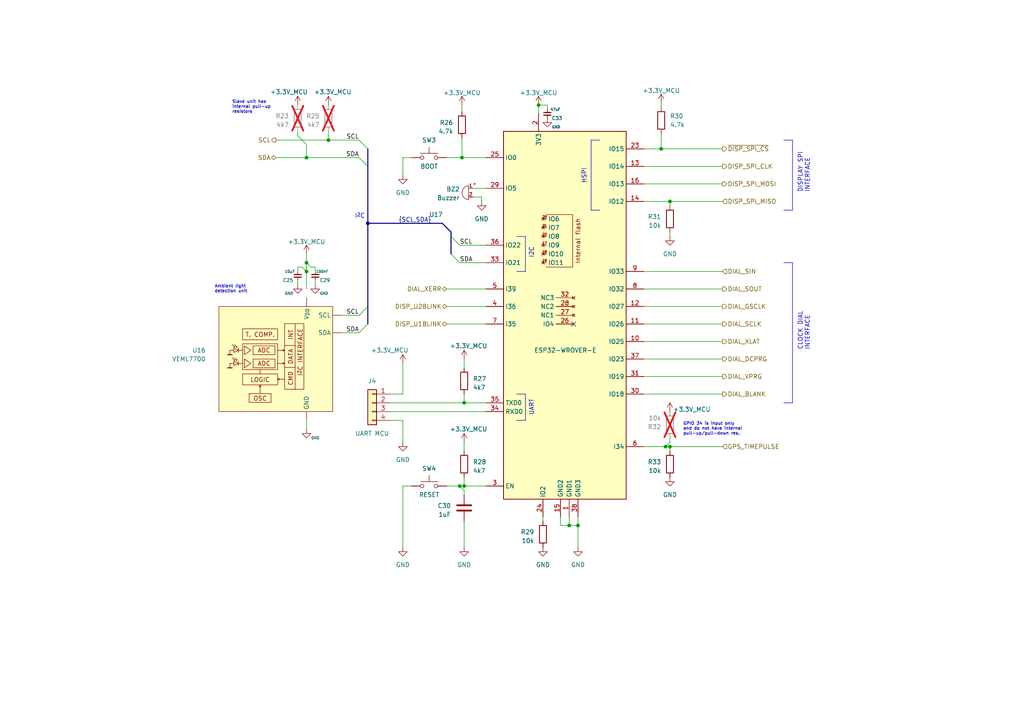
<source format=kicad_sch>
(kicad_sch (version 20231120) (generator "eeschema") (generator_version "8.0")
  (paper "A4")
  (title_block (title "Broadcast Clock") (date "2024-05-06") (rev "v1.0") (company "https://espenandersen.no"))
  (lib_symbols
    (symbol "Connector_Generic:Conn_01x04" (pin_names (offset 1.016) hide)
      (property "Reference" "J" (at 0 5.08 0))
      (property "Value" "Conn_01x04" (at 0 -7.62 0))
      (symbol "Conn_01x04_1_1"
        (rectangle (start -1.27 -4.953) (end 0 -5.207) (stroke (width 0.1524)))
        (rectangle (start -1.27 -2.413) (end 0 -2.667) (stroke (width 0.1524)))
        (rectangle (start -1.27 0.127) (end 0 -0.127) (stroke (width 0.1524)))
        (rectangle (start -1.27 2.667) (end 0 2.413) (stroke (width 0.1524)))
        (rectangle (start -1.27 3.81) (end 1.27 -6.35) (stroke (width 0.254)) (fill (type background)))
        (pin passive line (at -5.08 2.54 0) (length 3.81) (name "Pin_1") (number "1"))
        (pin passive line (at -5.08 0 0) (length 3.81) (name "Pin_2") (number "2"))
        (pin passive line (at -5.08 -2.54 0) (length 3.81) (name "Pin_3") (number "3"))
        (pin passive line (at -5.08 -5.08 0) (length 3.81) (name "Pin_4") (number "4"))
      )
    )
    (symbol "Device:C" (pin_numbers hide) (pin_names (offset 0.254))
      (property "Reference" "C" (at 0.635 2.54 0))
      (property "Value" "C" (at 0.635 -2.54 0))
      (symbol "C_0_1"
        (polyline (pts (xy -2.032 -0.762) (xy 2.032 -0.762)) (stroke (width 0.508)))
        (polyline (pts (xy -2.032 0.762) (xy 2.032 0.762)) (stroke (width 0.508)))
      )
      (symbol "C_1_1"
        (pin passive line (at 0 3.81 270) (length 2.794) (name "~") (number "1"))
        (pin passive line (at 0 -3.81 90) (length 2.794) (name "~") (number "2"))
      )
    )
    (symbol "Device:R" (pin_numbers hide) (pin_names (offset 0))
      (property "Reference" "R" (at 2.032 0 90))
      (property "Value" "R" (at 0 0 90))
      (symbol "R_0_1"
        (rectangle (start -1.016 -2.54) (end 1.016 2.54) (stroke (width 0.254)))
      )
      (symbol "R_1_1"
        (pin passive line (at 0 3.81 270) (length 1.27) (name "~") (number "1"))
        (pin passive line (at 0 -3.81 90) (length 1.27) (name "~") (number "2"))
      )
    )
    (symbol "Device_espena:Buzzer" (pin_names (offset 0.0254) hide)
      (property "Reference" "BZ" (at 2.286 1.27 0))
      (property "Value" "Buzzer" (at 2.286 -1.27 0))
      (symbol "Buzzer_0_1"
        (arc (start 0 -2.032) (mid 1.8758 0) (end 0 2.032))
        (polyline (pts (xy -2.032 2.54) (xy -1.524 2.54)))
        (polyline (pts (xy -1.778 2.794) (xy -1.778 2.286)))
        (polyline (pts (xy 0 2.032) (xy 0 -2.032)))
      )
      (symbol "Buzzer_1_1"
        (pin passive line (at -1.27 1.27 0) (length 1.27) (name "-") (number "1"))
        (pin passive line (at -1.27 -1.27 0) (length 1.27) (name "+") (number "2"))
      )
    )
    (symbol "Device_espena:C_Decoupling" (pin_numbers hide) (pin_names (offset 0.254) hide)
      (property "Reference" "C" (at 0.4572 1.3716 0))
      (symbol "C_Decoupling_0_1"
        (polyline (pts (xy -1.016 -0.381) (xy 1.016 -0.381)) (stroke (width 0.3302)))
        (polyline (pts (xy -1.016 0.381) (xy 1.016 0.381)) (stroke (width 0.3302)))
      )
      (symbol "C_Decoupling_1_1"
        (pin passive line (at 0 1.27 270) (length 0.7938) (name "~") (number "1"))
        (pin passive line (at 0 -1.27 90) (length 0.7938) (name "~") (number "2"))
      )
    )
    (symbol "RF_Module_espena:ESP32-WROVER-E"
      (property "Reference" "U" (at -16.51 53.34 0))
      (property "Value" "ESP32-WROVER-E" (at -8.89 -11.43 0))
      (symbol "ESP32-WROVER-E_0_1"
        (rectangle (start -17.78 52.07) (end 17.78 -54.61) (stroke (width 0.254)) (fill (type background)))
        (polyline (pts (xy -5.35 27.94) (xy 2.27 27.94) (xy 2.27 12.7) (xy -5.35 12.7)))
        (text "Internal flash" (at 3.81 20.32 900) (effects (font (size 1.27 1.27))))
      )
      (symbol "ESP32-WROVER-E_1_1"
        (pin power_in line (at 1.27 -59.69 90) (length 5.08) (name "GND1") (number "1"))
        (pin bidirectional line (at 22.86 -8.89 180) (length 5.08) (name "IO25") (number "10"))
        (pin bidirectional line (at 22.86 -3.81 180) (length 5.08) (name "IO26") (number "11"))
        (pin bidirectional line (at 22.86 1.27 180) (length 5.08) (name "IO27") (number "12"))
        (pin bidirectional line (at 22.86 41.91 180) (length 5.08) (name "IO14") (number "13"))
        (pin bidirectional line (at 22.86 31.75 180) (length 5.08) (name "IO12") (number "14"))
        (pin power_in line (at -1.27 -59.69 90) (length 5.08) (name "GND2") (number "15"))
        (pin bidirectional line (at 22.86 36.83 180) (length 5.08) (name "IO13") (number "16"))
        (pin no_connect line (at -6.35 19.05 0) (length 1) (name "IO9") (number "17"))
        (pin no_connect line (at -6.35 16.51 0) (length 1) (name "IO10") (number "18"))
        (pin no_connect line (at -6.35 13.97 0) (length 1) (name "IO11") (number "19"))
        (pin power_in line (at -7.62 57.15 270) (length 5.08) (name "3V3") (number "2"))
        (pin no_connect line (at -6.35 26.67 0) (length 1) (name "IO6") (number "20"))
        (pin no_connect line (at -6.35 24.13 0) (length 1) (name "IO7") (number "21"))
        (pin no_connect line (at -6.35 21.59 0) (length 1) (name "IO8") (number "22"))
        (pin bidirectional line (at 22.86 46.99 180) (length 5.08) (name "IO15") (number "23"))
        (pin bidirectional line (at -6.35 -59.69 90) (length 5.08) (name "IO2") (number "24"))
        (pin bidirectional line (at -22.86 44.45 0) (length 5.08) (name "IO0") (number "25"))
        (pin bidirectional line (at 2.54 -3.81 180) (length 5.08) (name "IO4") (number "26"))
        (pin no_connect line (at 2.54 -1.27 180) (length 5.08) (name "NC1") (number "27"))
        (pin no_connect line (at 2.54 1.27 180) (length 5.08) (name "NC2") (number "28"))
        (pin bidirectional line (at -22.86 35.56 0) (length 5.08) (name "IO5") (number "29"))
        (pin input line (at -22.86 -50.8 0) (length 5.08) (name "EN") (number "3"))
        (pin bidirectional line (at 22.86 -24.13 180) (length 5.08) (name "IO18") (number "30"))
        (pin bidirectional line (at 22.86 -19.05 180) (length 5.08) (name "IO19") (number "31"))
        (pin no_connect line (at 2.54 3.81 180) (length 5.08) (name "NC3") (number "32"))
        (pin bidirectional line (at -22.86 13.97 0) (length 5.08) (name "IO21") (number "33"))
        (pin bidirectional line (at -22.86 -29.21 0) (length 5.08) (name "RXD0") (number "34"))
        (pin bidirectional line (at -22.86 -26.67 0) (length 5.08) (name "TXD0") (number "35"))
        (pin bidirectional line (at -22.86 19.05 0) (length 5.08) (name "IO22") (number "36"))
        (pin bidirectional line (at 22.86 -13.97 180) (length 5.08) (name "IO23") (number "37"))
        (pin power_in line (at 3.81 -59.69 90) (length 5.08) (name "GND3") (number "38"))
        (pin input line (at -22.86 1.27 0) (length 5.08) (name "I36") (number "4"))
        (pin input line (at -22.86 6.35 0) (length 5.08) (name "I39") (number "5"))
        (pin input line (at 22.86 -39.37 180) (length 5.08) (name "I34") (number "6"))
        (pin input line (at -22.86 -3.81 0) (length 5.08) (name "I35") (number "7"))
        (pin bidirectional line (at 22.86 6.35 180) (length 5.08) (name "IO32") (number "8"))
        (pin bidirectional line (at 22.86 11.43 180) (length 5.08) (name "IO33") (number "9"))
      )
    )
    (symbol "Sensor_Optical_espena:VEML7700"
      (property "Reference" "U" (at -7.62 8.89 0))
      (property "Value" "VEML7700" (at -13.335 3.175 0))
      (symbol "VEML7700_0_1"
        (rectangle (start -25.4 5.08) (end 7.62 -25.4) (fill (type background)))
        (rectangle (start -18.542 -14.478) (end -8.382 -17.653))
        (rectangle (start -18.542 -5.7404) (end -8.382 -13.208))
        (rectangle (start -18.542 -1.397) (end -8.382 -4.572))
        (rectangle (start -16.637 -20.193) (end -10.287 -22.733))
        (rectangle (start -15.494 -10.16) (end -9.144 -12.7))
        (rectangle (start -15.494 -6.35) (end -9.144 -8.89))
        (rectangle (start -6.35 0.127) (end -0.762 -18.923))
        (polyline (pts (xy -22.86 -12.7) (xy -21.59 -12.7)) (stroke (width 0.3)))
        (polyline (pts (xy -22.86 -8.89) (xy -21.59 -8.89)) (stroke (width 0.3)))
        (polyline (pts (xy -22.225 -11.43) (xy -22.225 -12.7)))
        (polyline (pts (xy -22.225 -7.62) (xy -22.225 -8.89)))
        (polyline (pts (xy -21.0566 -11.43) (xy -22.225 -11.43)))
        (polyline (pts (xy -21.0566 -7.62) (xy -22.225 -7.62)))
        (polyline (pts (xy -20.828 -10.541) (xy -21.0566 -10.541)))
        (polyline (pts (xy -20.828 -6.731) (xy -21.0566 -6.731)))
        (polyline (pts (xy -20.1676 -10.541) (xy -20.3962 -10.541)))
        (polyline (pts (xy -20.1676 -6.731) (xy -20.3962 -6.731)))
        (polyline (pts (xy -19.7866 -11.43) (xy -18.542 -11.43)))
        (polyline (pts (xy -19.7866 -10.795) (xy -19.7866 -12.065)))
        (polyline (pts (xy -19.7866 -7.62) (xy -18.542 -7.62)))
        (polyline (pts (xy -19.7866 -6.985) (xy -19.7866 -8.255)))
        (polyline (pts (xy -13.462 -17.653) (xy -13.208 -18.288)))
        (polyline (pts (xy -13.462 -14.478) (xy -13.462 -13.208)))
        (polyline (pts (xy -8.382 -16.002) (xy -7.874 -16.256)))
        (polyline (pts (xy -6.35 -12.573) (xy -3.302 -12.573)))
        (polyline (pts (xy -6.35 -11.43) (xy -6.858 -11.684)))
        (polyline (pts (xy -6.35 -7.62) (xy -6.858 -7.874)))
        (polyline (pts (xy -6.35 -6.223) (xy -3.302 -6.223)))
        (polyline (pts (xy -3.302 -18.923) (xy -3.302 0.127)))
        (polyline (pts (xy -21.5392 -9.779) (xy -20.828 -10.541) (xy -20.828 -10.287)))
        (polyline (pts (xy -21.5392 -5.969) (xy -20.828 -6.731) (xy -20.828 -6.477)))
        (polyline (pts (xy -20.8788 -9.779) (xy -20.1676 -10.541) (xy -20.1676 -10.287)))
        (polyline (pts (xy -20.8788 -5.969) (xy -20.1676 -6.731) (xy -20.1676 -6.477)))
        (polyline (pts (xy -13.462 -20.193) (xy -13.462 -17.653) (xy -13.716 -18.288)))
        (polyline (pts (xy -8.382 -11.43) (xy -6.35 -11.43) (xy -6.858 -11.176)))
        (polyline (pts (xy -8.382 -7.62) (xy -6.35 -7.62) (xy -6.858 -7.366)))
        (polyline (pts (xy -6.35 -16.002) (xy -8.382 -16.002) (xy -7.874 -15.748)))
        (polyline (pts (xy -21.0566 -10.795) (xy -21.0566 -12.065) (xy -19.7866 -11.43) (xy -21.0566 -10.795)))
        (polyline (pts (xy -21.0566 -6.985) (xy -21.0566 -8.255) (xy -19.7866 -7.62) (xy -21.0566 -6.985)))
        (polyline (pts (xy -18.034 -10.16) (xy -18.034 -12.7) (xy -16.129 -11.43) (xy -18.034 -10.16)))
        (polyline (pts (xy -18.034 -6.35) (xy -18.034 -8.89) (xy -16.129 -7.62) (xy -18.034 -6.35)))
        (text "ADC" (at -12.319 -11.43 0) (effects (font (size 1.27 1.27))))
        (text "ADC" (at -12.319 -7.62 0) (effects (font (size 1.27 1.27))))
        (text "CMD" (at -4.572 -15.748 900) (effects (font (size 1.27 1.27))))
        (text "DATA" (at -4.572 -9.398 900) (effects (font (size 1.27 1.27))))
        (text "I^{2}C INTERFACE" (at -1.778 -8.128 900) (effects (font (size 1.27 1.27))))
        (text "INT" (at -4.572 -3.048 900) (effects (font (size 1.27 1.27))))
        (text "LOGIC" (at -13.462 -16.129 0) (effects (font (size 1.27 1.27))))
        (text "OSC" (at -13.462 -21.5646 0) (effects (font (size 1.27 1.27))))
        (text "T. COMP." (at -13.462 -3.048 0) (effects (font (size 1.27 1.27))))
      )
      (symbol "VEML7700_1_1"
        (pin power_in line (at 0 -27.94 90) (length 2.54) (name "GND") (number ""))
        (pin input line (at 10.16 2.54 180) (length 2.54) (name "SCL") (number ""))
        (pin input line (at 10.16 -2.54 180) (length 2.54) (name "SDA") (number ""))
        (pin power_in line (at 0 7.62 270) (length 2.54) (name "V_{DD}") (number ""))
      )
    )
    (symbol "Switch:SW_Push" (pin_numbers hide) (pin_names (offset 1.016) hide)
      (property "Reference" "SW" (at 1.27 2.54 0))
      (property "Value" "SW_Push" (at 0 -1.524 0))
      (symbol "SW_Push_0_1"
        (circle (center -2.032 0) (radius 0.508))
        (polyline (pts (xy 0 1.27) (xy 0 3.048)))
        (polyline (pts (xy 2.54 1.27) (xy -2.54 1.27)))
        (circle (center 2.032 0) (radius 0.508))
        (pin passive line (at -5.08 0 0) (length 2.54) (name "1") (number "1"))
        (pin passive line (at 5.08 0 180) (length 2.54) (name "2") (number "2"))
      )
    )
    (symbol "power:GND" (power) (pin_numbers hide) (pin_names (offset 0) hide)
      (property "Value" "GND" (at 0 -3.81 0))
      (symbol "GND_0_1"
        (polyline (pts (xy 0 0) (xy 0 -1.27) (xy 1.27 -1.27) (xy 0 -2.54) (xy -1.27 -1.27) (xy 0 -1.27)))
      )
      (symbol "GND_1_1"
        (pin power_in line (at 0 0 270) (length 0) (name "~") (number "1"))
      )
    )
    (symbol "power_espena:+3.3V_MCU" (power) (pin_names (offset 0))
      (property "Value" "+3.3V_MCU" (at 0 3.556 0))
      (symbol "+3.3V_MCU_0_1"
        (polyline (pts (xy -0.762 1.27) (xy 0 2.54)))
        (polyline (pts (xy 0 0) (xy 0 2.54)))
        (polyline (pts (xy 0 2.54) (xy 0.762 1.27)))
      )
      (symbol "+3.3V_MCU_1_1"
        (pin power_out line (at 0 0 90) (length 0) hide (name "+3.3V_MCU") (number "1"))
      )
    )
  )
  (junction (at 106.68 64.77))
  (junction (at 194.31 129.54))
  (junction (at 156.21 30.48))
  (junction (at 88.9 76.2))
  (junction (at 134.62 140.97))
  (junction (at 133.35 140.97))
  (junction (at 193.04 129.54))
  (junction (at 95.25 40.64))
  (junction (at 167.64 152.4))
  (junction (at 88.9 45.72))
  (junction (at 191.77 43.18))
  (junction (at 165.1 152.4))
  (junction (at 194.31 58.42))
  (junction (at 133.985 45.72))
  (junction (at 88.9 78.74))
  (junction (at 134.62 116.84))
  (no_connect (at 166.37 93.98))
  (bus_entry (at 104.14 45.72) (size 2.54 2.54))
  (bus_entry (at 130.81 73.66) (size 2.54 2.54))
  (bus_entry (at 106.68 88.9) (size -2.54 2.54))
  (bus_entry (at 130.81 68.58) (size 2.54 2.54))
  (bus_entry (at 106.68 93.98) (size -2.54 2.54))
  (bus_entry (at 104.14 40.64) (size 2.54 2.54))
  (wire (pts (xy 139.7 57.15) (xy 137.16 57.15)))
  (wire (pts (xy 194.31 67.31) (xy 194.31 68.58)))
  (wire (pts (xy 133.985 30.48) (xy 133.985 32.385)))
  (wire (pts (xy 186.69 93.98) (xy 209.55 93.98)))
  (wire (pts (xy 87.63 77.47) (xy 88.9 78.74)))
  (wire (pts (xy 139.7 57.15) (xy 139.7 58.42)))
  (wire (pts (xy 134.62 114.3) (xy 134.62 116.84)))
  (polyline (pts (xy 227.33 40.64) (xy 229.87 40.64)))
  (wire (pts (xy 186.69 48.26) (xy 209.55 48.26)))
  (polyline (pts (xy 149.86 78.74) (xy 152.4 78.74)))
  (bus (pts (xy 106.68 43.18) (xy 106.68 48.26)))
  (bus (pts (xy 106.68 48.26) (xy 106.68 64.77)))
  (wire (pts (xy 186.69 109.22) (xy 209.55 109.22)))
  (wire (pts (xy 116.84 140.97) (xy 116.84 158.75)))
  (wire (pts (xy 129.54 45.72) (xy 133.985 45.72)))
  (wire (pts (xy 129.54 93.98) (xy 140.97 93.98)))
  (bus (pts (xy 106.68 88.9) (xy 106.68 93.98)))
  (wire (pts (xy 134.62 138.43) (xy 134.62 140.97)))
  (wire (pts (xy 88.9 45.72) (xy 104.14 45.72)))
  (polyline (pts (xy 227.33 116.84) (xy 229.87 116.84)))
  (wire (pts (xy 165.1 152.4) (xy 162.56 152.4)))
  (wire (pts (xy 165.1 149.86) (xy 165.1 152.4)))
  (wire (pts (xy 134.62 142.24) (xy 133.35 140.97)))
  (wire (pts (xy 86.36 38.1) (xy 86.36 39.37)))
  (wire (pts (xy 88.9 41.91) (xy 88.9 45.72)))
  (wire (pts (xy 133.35 140.97) (xy 134.62 140.97)))
  (wire (pts (xy 133.985 40.005) (xy 133.985 45.72)))
  (wire (pts (xy 186.69 99.06) (xy 209.55 99.06)))
  (wire (pts (xy 80.01 45.72) (xy 88.9 45.72)))
  (polyline (pts (xy 149.86 68.58) (xy 152.4 68.58)))
  (wire (pts (xy 129.54 88.9) (xy 140.97 88.9)))
  (wire (pts (xy 99.06 91.44) (xy 104.14 91.44)))
  (wire (pts (xy 156.21 30.48) (xy 156.21 33.02)))
  (wire (pts (xy 134.62 151.13) (xy 134.62 158.75)))
  (wire (pts (xy 191.77 43.18) (xy 209.55 43.18)))
  (polyline (pts (xy 152.4 114.3) (xy 152.4 121.92)))
  (wire (pts (xy 91.44 77.47) (xy 91.44 78.74)))
  (wire (pts (xy 194.31 58.42) (xy 194.31 59.69)))
  (wire (pts (xy 133.35 71.12) (xy 140.97 71.12)))
  (wire (pts (xy 134.62 142.24) (xy 134.62 143.51)))
  (wire (pts (xy 186.69 53.34) (xy 209.55 53.34)))
  (bus (pts (xy 106.68 64.77) (xy 128.27 64.77)))
  (wire (pts (xy 134.62 140.97) (xy 140.97 140.97)))
  (bus (pts (xy 128.27 64.77) (xy 130.81 67.31)))
  (wire (pts (xy 116.84 121.92) (xy 116.84 128.27)))
  (wire (pts (xy 167.64 149.86) (xy 167.64 152.4)))
  (wire (pts (xy 88.9 73.66) (xy 88.9 76.2)))
  (wire (pts (xy 80.01 40.64) (xy 95.25 40.64)))
  (wire (pts (xy 191.77 29.845) (xy 191.77 31.115)))
  (polyline (pts (xy 229.87 76.2) (xy 229.87 116.84)))
  (wire (pts (xy 133.35 76.2) (xy 140.97 76.2)))
  (wire (pts (xy 133.985 45.72) (xy 140.97 45.72)))
  (wire (pts (xy 186.69 104.14) (xy 209.55 104.14)))
  (wire (pts (xy 193.04 129.54) (xy 194.31 129.54)))
  (wire (pts (xy 186.69 83.82) (xy 209.55 83.82)))
  (wire (pts (xy 194.31 58.42) (xy 209.55 58.42)))
  (wire (pts (xy 116.84 45.72) (xy 116.84 50.8)))
  (wire (pts (xy 194.31 130.81) (xy 194.31 129.54)))
  (wire (pts (xy 191.77 38.735) (xy 191.77 43.18)))
  (bus (pts (xy 130.81 68.58) (xy 130.81 73.66)))
  (wire (pts (xy 158.75 31.75) (xy 158.75 30.48)))
  (wire (pts (xy 88.9 121.92) (xy 88.9 124.46)))
  (wire (pts (xy 116.84 105.41) (xy 116.84 114.3)))
  (wire (pts (xy 90.17 77.47) (xy 91.44 77.47)))
  (wire (pts (xy 167.64 152.4) (xy 167.64 158.75)))
  (wire (pts (xy 186.69 43.18) (xy 191.77 43.18)))
  (wire (pts (xy 113.03 116.84) (xy 134.62 116.84)))
  (polyline (pts (xy 171.45 40.64) (xy 171.45 60.96)))
  (wire (pts (xy 116.84 140.97) (xy 119.38 140.97)))
  (wire (pts (xy 134.62 104.14) (xy 134.62 106.68)))
  (wire (pts (xy 186.69 114.3) (xy 209.55 114.3)))
  (wire (pts (xy 86.36 77.47) (xy 86.36 78.74)))
  (polyline (pts (xy 227.33 76.2) (xy 229.87 76.2)))
  (wire (pts (xy 88.9 76.2) (xy 88.9 78.74)))
  (wire (pts (xy 116.84 45.72) (xy 119.38 45.72)))
  (wire (pts (xy 162.56 149.86) (xy 162.56 152.4)))
  (wire (pts (xy 167.64 152.4) (xy 165.1 152.4)))
  (wire (pts (xy 134.62 128.27) (xy 134.62 130.81)))
  (wire (pts (xy 113.03 114.3) (xy 116.84 114.3)))
  (bus (pts (xy 130.81 67.31) (xy 130.81 68.58)))
  (polyline (pts (xy 149.86 121.92) (xy 152.4 121.92)))
  (wire (pts (xy 87.63 77.47) (xy 86.36 77.47)))
  (wire (pts (xy 95.25 40.64) (xy 104.14 40.64)))
  (polyline (pts (xy 171.45 40.64) (xy 173.99 40.64)))
  (wire (pts (xy 140.97 54.61) (xy 137.16 54.61)))
  (wire (pts (xy 129.54 140.97) (xy 133.35 140.97)))
  (wire (pts (xy 86.36 81.28) (xy 86.36 82.55)))
  (wire (pts (xy 113.03 119.38) (xy 140.97 119.38)))
  (wire (pts (xy 194.31 129.54) (xy 209.55 129.54)))
  (wire (pts (xy 95.25 38.1) (xy 95.25 40.64)))
  (bus (pts (xy 106.68 64.77) (xy 106.68 88.9)))
  (polyline (pts (xy 149.86 114.3) (xy 152.4 114.3)))
  (wire (pts (xy 186.69 58.42) (xy 194.31 58.42)))
  (polyline (pts (xy 152.4 68.58) (xy 152.4 78.74)))
  (wire (pts (xy 88.9 78.74) (xy 88.9 83.82)))
  (wire (pts (xy 113.03 121.92) (xy 116.84 121.92)))
  (wire (pts (xy 99.06 96.52) (xy 104.14 96.52)))
  (polyline (pts (xy 229.87 40.64) (xy 229.87 60.96)))
  (wire (pts (xy 129.54 83.82) (xy 140.97 83.82)))
  (wire (pts (xy 194.31 127) (xy 194.31 128.27)))
  (wire (pts (xy 186.69 88.9) (xy 209.55 88.9)))
  (polyline (pts (xy 227.33 60.96) (xy 229.87 60.96)))
  (wire (pts (xy 86.36 39.37) (xy 88.9 41.91)))
  (wire (pts (xy 186.69 78.74) (xy 209.55 78.74)))
  (polyline (pts (xy 171.45 60.96) (xy 173.99 60.96)))
  (wire (pts (xy 186.69 129.54) (xy 193.04 129.54)))
  (wire (pts (xy 194.31 128.27) (xy 193.04 129.54)))
  (wire (pts (xy 88.9 76.2) (xy 90.17 77.47)))
  (wire (pts (xy 156.21 30.48) (xy 158.75 30.48)))
  (wire (pts (xy 134.62 116.84) (xy 140.97 116.84)))
  (wire (pts (xy 157.48 149.86) (xy 157.48 151.13)))
  (wire (pts (xy 91.44 81.28) (xy 91.44 82.55)))
  (text "Slave unit has\ninternal pull-up\nresistors\n" (at 67.31 33.02 0) (effects (font (size 0.889 0.889)) (justify left bottom)))
  (text "HSPI" (at 170.18 53.34 90) (effects (font (size 1.27 1.27)) (justify left bottom)))
  (text "I2C" (at 154.94 74.93 90) (effects (font (size 1.27 1.27)) (justify left bottom)))
  (text "UART" (at 154.94 120.65 90) (effects (font (size 1.27 1.27)) (justify left bottom)))
  (text "CLOCK DIAL\nINTERFACE" (at 234.95 101.6 90) (effects (font (size 1.27 1.27)) (justify left bottom)))
  (text "I^{2}C" (at 102.87 63.5 0) (effects (font (size 1.27 1.27)) (justify left bottom)))
  (text "DISPLAY SPI\nINTERFACE" (at 234.95 55.88 90) (effects (font (size 1.27 1.27)) (justify left bottom)))
  (text "GPIO 34 is input only\nand do not have internal\npull-up/pull-down res.\n" (at 198.12 126.365 0) (effects (font (size 0.889 0.889)) (justify left bottom)))
  (text "Ambient light\ndetection unit" (at 62.23 85.09 0) (effects (font (size 0.889 0.889)) (justify left bottom)))
  (label "SDA" (at 104.14 96.52 180))
  (label "SCL" (at 104.14 91.44 180))
  (label "SDA" (at 133.35 76.2 0))
  (label "SCL" (at 104.14 40.64 180))
  (label "SCL" (at 133.35 71.12 0))
  (label "{SCL,SDA}" (at 115.57 64.77 0))
  (label "SDA" (at 104.14 45.72 180))
  (hierarchical_label "SDA" (shape bidirectional) (at 80.01 45.72 180))
  (hierarchical_label "DIAL_DCPRG" (shape output) (at 209.55 104.14 0))
  (hierarchical_label "DIAL_XLAT" (shape output) (at 209.55 99.06 0))
  (hierarchical_label "DIAL_BLANK" (shape output) (at 209.55 114.3 0))
  (hierarchical_label "DIAL_XERR" (shape bidirectional) (at 129.54 83.82 180))
  (hierarchical_label "DISP_U2BLINK" (shape bidirectional) (at 129.54 88.9 180))
  (hierarchical_label "DIAL_SOUT" (shape output) (at 209.55 83.82 0))
  (hierarchical_label "DISP_SPI_MISO" (shape input) (at 209.55 58.42 0))
  (hierarchical_label "~{DISP_SPI_CS}" (shape output) (at 209.55 43.18 0))
  (hierarchical_label "SCL" (shape output) (at 80.01 40.64 180))
  (hierarchical_label "DIAL_SCLK" (shape output) (at 209.55 93.98 0))
  (hierarchical_label "GPS_TIMEPULSE" (shape input) (at 209.55 129.54 0))
  (hierarchical_label "DIAL_GSCLK" (shape output) (at 209.55 88.9 0))
  (hierarchical_label "DISP_SPI_CLK" (shape output) (at 209.55 48.26 0))
  (hierarchical_label "DIAL_VPRG" (shape output) (at 209.55 109.22 0))
  (hierarchical_label "DISP_U1BLINK" (shape bidirectional) (at 129.54 93.98 180))
  (hierarchical_label "DIAL_SIN" (shape input) (at 209.55 78.74 0))
  (hierarchical_label "DISP_SPI_MOSI" (shape output) (at 209.55 53.34 0))
  (symbol (lib_id "Sensor_Optical_espena:VEML7700") (at 88.9 93.98 0) (unit 1)
    (property "Reference" "U16" (at 59.69 101.5999 0) (effects (justify right)))
    (property "Value" "VEML7700" (at 59.69 104.1399 0) (effects (justify right)))
    (property "Datasheet" "https://www.vishay.com/docs/84286/veml7700.pdf" (effects (hide yes)))
    (property "Description" "Ambient light sensor with I2C interface." (effects (hide yes)))
  )
  (symbol (lib_id "power_espena:+3.3V_MCU") (at 134.62 104.14 0) (mirror y) (unit 1)
    (property "Reference" "#PWR090" (effects (hide yes)))
    (property "Value" "+3.3V_MCU" (at 135.89 100.33 0))
    (property "Description" "Power symbol creates a global label with name \"+3.3V\"" (effects (hide yes)))
  )
  (symbol (lib_id "RF_Module_espena:ESP32-WROVER-E") (at 163.83 90.17 0) (unit 1)
    (property "Reference" "U17" (at 124.46 62.23 0) (effects (justify left)))
    (property "Value" "ESP32-WROVER-E" (at 154.94 101.6 0) (effects (justify left)))
    (property "Footprint" "RF_Module_espena:ESP32-WROVER-E" (effects (hide yes)))
    (property "Datasheet" "https://www.espressif.com/sites/default/files/documentation/esp32-wrover-b_datasheet_en.pdf" (effects (hide yes)))
    (property "Description" "RF Module, ESP32-D0WDQ6 SoC, Wi-Fi 802.11b/g/n, 32-bit, 2.7-3.6V, onboard antenna, SMD" (effects (hide yes)))
  )
  (symbol (lib_id "power_espena:+3.3V_MCU") (at 134.62 128.27 0) (mirror y) (unit 1)
    (property "Reference" "#PWR091" (effects (hide yes)))
    (property "Value" "+3.3V_MCU" (at 135.89 124.46 0))
    (property "Description" "Power symbol creates a global label with name \"+3.3V\"" (effects (hide yes)))
  )
  (symbol (lib_id "Device:R") (at 194.31 134.62 0) (unit 1)
    (property "Reference" "R33" (at 191.77 133.985 0) (effects (justify right)))
    (property "Value" "10k" (at 191.77 136.525 0) (effects (justify right)))
    (property "Footprint" "Resistor_SMD:R_0805_2012Metric" (effects (hide yes)))
    (property "Description" "Resistor" (effects (hide yes)))
  )
  (symbol (lib_id "Switch:SW_Push") (at 124.46 140.97 0) (unit 1)
    (property "Reference" "SW4" (at 124.46 135.89 0))
    (property "Value" "RESET" (at 124.46 143.51 0))
    (property "Footprint" "Button_Switch_SMD_espena:SW_SPST_TL3301_6x6mm_H4.3mm" (effects (hide yes)))
    (property "Description" "Push button switch, generic, two pins" (effects (hide yes)))
  )
  (symbol (lib_id "power_espena:+3.3V_MCU") (at 86.36 30.48 0) (unit 1)
    (property "Reference" "#PWR024" (effects (hide yes)))
    (property "Value" "+3.3V_MCU" (at 83.82 26.67 0))
    (property "Description" "Power symbol creates a global label with name \"+3.3V\"" (effects (hide yes)))
  )
  (symbol (lib_id "Device:R") (at 194.31 63.5 0) (unit 1)
    (property "Reference" "R31" (at 191.77 62.865 0) (effects (justify right)))
    (property "Value" "10k" (at 191.77 65.405 0) (effects (justify right)))
    (property "Footprint" "Resistor_SMD:R_0805_2012Metric" (effects (hide yes)))
    (property "Description" "Resistor" (effects (hide yes)))
  )
  (symbol (lib_id "power_espena:+3.3V_MCU") (at 194.31 119.38 0) (unit 1)
    (property "Reference" "#PWR_MCU03" (effects (hide yes)))
    (property "Value" "+3.3V_MCU" (at 200.66 118.745 0))
    (property "Description" "Power symbol creates a global label with name \"+3.3V\"" (effects (hide yes)))
  )
  (symbol (lib_id "Device:R") (at 134.62 134.62 0) (mirror y) (unit 1)
    (property "Reference" "R28" (at 137.16 133.985 0) (effects (justify right)))
    (property "Value" "4k7" (at 137.16 136.525 0) (effects (justify right)))
    (property "Footprint" "Resistor_SMD:R_0805_2012Metric" (effects (hide yes)))
    (property "Description" "Resistor" (effects (hide yes)))
  )
  (symbol (lib_id "Device:R") (at 157.48 154.94 0) (unit 1)
    (property "Reference" "R29" (at 154.94 154.305 0) (effects (justify right)))
    (property "Value" "10k" (at 154.94 156.845 0) (effects (justify right)))
    (property "Footprint" "Resistor_SMD:R_0805_2012Metric" (effects (hide yes)))
    (property "Description" "Resistor" (effects (hide yes)))
  )
  (symbol (lib_id "Device:R") (at 134.62 110.49 0) (mirror y) (unit 1)
    (property "Reference" "R27" (at 137.16 109.855 0) (effects (justify right)))
    (property "Value" "4k7" (at 137.16 112.395 0) (effects (justify right)))
    (property "Footprint" "Resistor_SMD:R_0805_2012Metric" (effects (hide yes)))
    (property "Description" "Resistor" (effects (hide yes)))
  )
  (symbol (lib_id "Device:R") (at 191.77 34.925 0) (unit 1)
    (property "Reference" "R30" (at 194.31 33.6549 0) (effects (justify left)))
    (property "Value" "4.7k" (at 194.31 36.1949 0) (effects (justify left)))
    (property "Description" "Resistor" (effects (hide yes)))
  )
  (symbol (lib_id "Device:C") (at 134.62 147.32 0) (unit 1)
    (property "Reference" "C30" (at 130.81 146.685 0) (effects (justify right)))
    (property "Value" "1uF" (at 130.81 149.225 0) (effects (justify right)))
    (property "Footprint" "Capacitor_SMD:C_0805_2012Metric" (effects (hide yes)))
    (property "Description" "Unpolarized capacitor" (effects (hide yes)))
  )
  (symbol (lib_id "Device_espena:C_Decoupling") (at 158.75 33.02 0) (mirror y) (unit 1)
    (property "Reference" "C33" (at 160.02 34.29 0) (effects (font (size 1 1)) (justify right)))
    (property "Value" "47uF" (at 162.56 31.75 0) (effects (font (size 0.762 0.762)) (justify left)))
    (property "Footprint" "Capacitor_SMD:C_0805_2012Metric" (effects (hide yes)))
    (property "Description" "Unpolarized capacitor, small symbol" (effects (hide yes)))
  )
  (symbol (lib_id "power_espena:+3.3V_MCU") (at 156.21 30.48 0) (unit 1)
    (property "Reference" "#PWR094" (effects (hide yes)))
    (property "Value" "+3.3V_MCU" (at 156.21 26.924 0))
    (property "Description" "Power symbol creates a global label with name \"+3.3V\"" (effects (hide yes)))
  )
  (symbol (lib_id "Device:R") (at 133.985 36.195 0) (unit 1)
    (property "Reference" "R26" (at 131.445 35.56 0) (effects (justify right)))
    (property "Value" "4.7k" (at 131.445 38.1 0) (effects (justify right)))
    (property "Footprint" "Resistor_SMD:R_0805_2012Metric" (effects (hide yes)))
    (property "Description" "Resistor" (effects (hide yes)))
  )
  (symbol (lib_id "power:GND") (at 116.84 128.27 0) (unit 1)
    (property "Reference" "#PWR087" (effects (hide yes)))
    (property "Value" "GND" (at 116.84 133.35 0))
    (property "Description" "Power symbol creates a global label with name \"GND\" , ground" (effects (hide yes)))
  )
  (symbol (lib_id "power:GND") (at 91.44 82.55 0) (unit 1)
    (property "Reference" "#PWR075" (effects (hide yes)))
    (property "Value" "GND" (at 93.98 85.09 0) (effects (font (size 0.762 0.762))))
    (property "Description" "Power symbol creates a global label with name \"GND\" , ground" (effects (hide yes)))
  )
  (symbol (lib_id "power_espena:+3.3V_MCU") (at 116.84 105.41 0) (unit 1)
    (property "Reference" "#PWR086" (effects (hide yes)))
    (property "Value" "+3.3V_MCU" (at 113.03 101.6 0))
    (property "Description" "Power symbol creates a global label with name \"+3.3V\"" (effects (hide yes)))
  )
  (symbol (lib_id "power:GND") (at 134.62 158.75 0) (unit 1)
    (property "Reference" "#PWR092" (effects (hide yes)))
    (property "Value" "GND" (at 134.62 163.83 0))
    (property "Description" "Power symbol creates a global label with name \"GND\" , ground" (effects (hide yes)))
  )
  (symbol (lib_id "Device_espena:C_Decoupling") (at 86.36 80.01 0) (unit 1)
    (property "Reference" "C25" (at 85.09 81.28 0) (effects (font (size 1 1)) (justify right)))
    (property "Value" "10μF" (at 82.55 78.74 0) (effects (font (size 0.762 0.762)) (justify left)))
    (property "Footprint" "Capacitor_SMD:C_0805_2012Metric" (effects (hide yes)))
    (property "Description" "Unpolarized capacitor, small symbol" (effects (hide yes)))
  )
  (symbol (lib_id "power:GND") (at 139.7 58.42 0) (mirror y) (unit 1)
    (property "Reference" "#PWR093" (effects (hide yes)))
    (property "Value" "GND" (at 139.7 63.5 0))
    (property "Description" "Power symbol creates a global label with name \"GND\" , ground" (effects (hide yes)))
  )
  (symbol (lib_id "Device:R") (at 194.31 123.19 0) (mirror x) (unit 1) (dnp yes)
    (property "Reference" "R32" (at 191.77 123.825 0) (effects (justify right)))
    (property "Value" "10k" (at 191.77 121.285 0) (effects (justify right)))
    (property "Footprint" "Resistor_SMD:R_0805_2012Metric" (effects (hide yes)))
    (property "Description" "Resistor" (effects (hide yes)))
  )
  (symbol (lib_id "power:GND") (at 158.75 34.29 0) (unit 1)
    (property "Reference" "#PWR096" (effects (hide yes)))
    (property "Value" "GND" (at 161.29 36.83 0) (effects (font (size 0.762 0.762))))
    (property "Description" "Power symbol creates a global label with name \"GND\" , ground" (effects (hide yes)))
  )
  (symbol (lib_id "Device:R") (at 86.36 34.29 0) (unit 1) (dnp yes)
    (property "Reference" "R23" (at 83.82 33.655 0) (effects (justify right)))
    (property "Value" "4k7" (at 83.82 36.195 0) (effects (justify right)))
    (property "Footprint" "Resistor_SMD:R_0805_2012Metric" (effects (hide yes)))
    (property "Description" "Resistor" (effects (hide yes)))
  )
  (symbol (lib_id "power:GND") (at 116.84 50.8 0) (unit 1)
    (property "Reference" "#PWR085" (effects (hide yes)))
    (property "Value" "GND" (at 116.84 55.88 0))
    (property "Description" "Power symbol creates a global label with name \"GND\" , ground" (effects (hide yes)))
  )
  (symbol (lib_id "power:GND") (at 86.36 82.55 0) (mirror y) (unit 1)
    (property "Reference" "#PWR066" (effects (hide yes)))
    (property "Value" "GND" (at 83.82 85.09 0) (effects (font (size 0.762 0.762))))
    (property "Description" "Power symbol creates a global label with name \"GND\" , ground" (effects (hide yes)))
  )
  (symbol (lib_id "power:GND") (at 88.9 124.46 0) (unit 1)
    (property "Reference" "#PWR074" (effects (hide yes)))
    (property "Value" "GND" (at 91.44 127 0) (effects (font (size 0.762 0.762))))
    (property "Description" "Power symbol creates a global label with name \"GND\" , ground" (effects (hide yes)))
  )
  (symbol (lib_id "power:GND") (at 194.31 68.58 0) (unit 1)
    (property "Reference" "#PWR099" (effects (hide yes)))
    (property "Value" "GND" (at 194.31 73.66 0))
    (property "Description" "Power symbol creates a global label with name \"GND\" , ground" (effects (hide yes)))
  )
  (symbol (lib_id "power_espena:+3.3V_MCU") (at 95.25 30.48 0) (unit 1)
    (property "Reference" "#PWR076" (effects (hide yes)))
    (property "Value" "+3.3V_MCU" (at 96.52 26.67 0))
    (property "Description" "Power symbol creates a global label with name \"+3.3V\"" (effects (hide yes)))
  )
  (symbol (lib_id "power:GND") (at 157.48 158.75 0) (unit 1)
    (property "Reference" "#PWR095" (effects (hide yes)))
    (property "Value" "GND" (at 157.48 163.83 0))
    (property "Description" "Power symbol creates a global label with name \"GND\" , ground" (effects (hide yes)))
  )
  (symbol (lib_id "power_espena:+3.3V_MCU") (at 191.77 29.845 0) (mirror y) (unit 1)
    (property "Reference" "#PWR098" (effects (hide yes)))
    (property "Value" "+3.3V_MCU" (at 191.77 26.289 0))
    (property "Description" "Power symbol creates a global label with name \"+3.3V\"" (effects (hide yes)))
  )
  (symbol (lib_id "Switch:SW_Push") (at 124.46 45.72 0) (unit 1)
    (property "Reference" "SW3" (at 124.46 40.64 0))
    (property "Value" "BOOT" (at 124.46 48.26 0))
    (property "Footprint" "Button_Switch_SMD_espena:SW_SPST_TL3301_6x6mm_H4.3mm" (effects (hide yes)))
    (property "Description" "Push button switch, generic, two pins" (effects (hide yes)))
  )
  (symbol (lib_id "Device:R") (at 95.25 34.29 0) (unit 1) (dnp yes)
    (property "Reference" "R25" (at 92.71 33.655 0) (effects (justify right)))
    (property "Value" "4k7" (at 92.71 36.195 0) (effects (justify right)))
    (property "Footprint" "Resistor_SMD:R_0805_2012Metric" (effects (hide yes)))
    (property "Description" "Resistor" (effects (hide yes)))
  )
  (symbol (lib_id "power_espena:+3.3V_MCU") (at 133.985 30.48 0) (unit 1)
    (property "Reference" "#PWR089" (effects (hide yes)))
    (property "Value" "+3.3V_MCU" (at 133.985 26.924 0))
    (property "Description" "Power symbol creates a global label with name \"+3.3V\"" (effects (hide yes)))
  )
  (symbol (lib_id "power:GND") (at 194.31 138.43 0) (unit 1)
    (property "Reference" "#PWR0100" (effects (hide yes)))
    (property "Value" "GND" (at 194.31 143.51 0))
    (property "Description" "Power symbol creates a global label with name \"GND\" , ground" (effects (hide yes)))
  )
  (symbol (lib_id "power:GND") (at 167.64 158.75 0) (mirror y) (unit 1)
    (property "Reference" "#PWR097" (effects (hide yes)))
    (property "Value" "GND" (at 167.64 163.83 0))
    (property "Description" "Power symbol creates a global label with name \"GND\" , ground" (effects (hide yes)))
  )
  (symbol (lib_id "Device_espena:C_Decoupling") (at 91.44 80.01 0) (mirror y) (unit 1)
    (property "Reference" "C29" (at 92.71 81.28 0) (effects (font (size 1 1)) (justify right)))
    (property "Value" "100nF" (at 95.25 78.74 0) (effects (font (size 0.762 0.762)) (justify left)))
    (property "Footprint" "Capacitor_SMD:C_0805_2012Metric" (effects (hide yes)))
    (property "Description" "Unpolarized capacitor, small symbol" (effects (hide yes)))
  )
  (symbol (lib_id "Connector_Generic:Conn_01x04") (at 107.95 116.84 0) (mirror y) (unit 1)
    (property "Reference" "J4" (at 107.95 110.49 0))
    (property "Value" "UART MCU" (at 107.95 125.73 0))
    (property "Footprint" "Connector_espena:Magnetic-Pogo-Female-MG0425FB_1x4_P2.54mm" (effects (hide yes)))
    (property "Description" "Generic connector, single row, 01x04, script generated (kicad-library-utils/schlib/autogen/connector/)" (effects (hide yes)))
  )
  (symbol (lib_id "power_espena:+3.3V_MCU") (at 88.9 73.66 0) (unit 1)
    (property "Reference" "#PWR073" (effects (hide yes)))
    (property "Value" "+3.3V_MCU" (at 88.9 70.104 0))
    (property "Description" "Power symbol creates a global label with name \"+3.3V\"" (effects (hide yes)))
  )
  (symbol (lib_id "Device_espena:Buzzer") (at 135.89 55.88 0) (mirror y) (unit 1)
    (property "Reference" "BZ2" (at 133.35 54.864 0) (effects (justify left)))
    (property "Value" "Buzzer" (at 133.35 57.404 0) (effects (justify left)))
    (property "Footprint" "Transducer_espena:TP094003_Transducer_9x9mm" (effects (hide yes)))
    (property "Description" "Buzzer, polarized" (effects (hide yes)))
  )
  (symbol (lib_id "power:GND") (at 116.84 158.75 0) (unit 1)
    (property "Reference" "#PWR088" (effects (hide yes)))
    (property "Value" "GND" (at 116.84 163.83 0))
    (property "Description" "Power symbol creates a global label with name \"GND\" , ground" (effects (hide yes)))
  )
)
</source>
